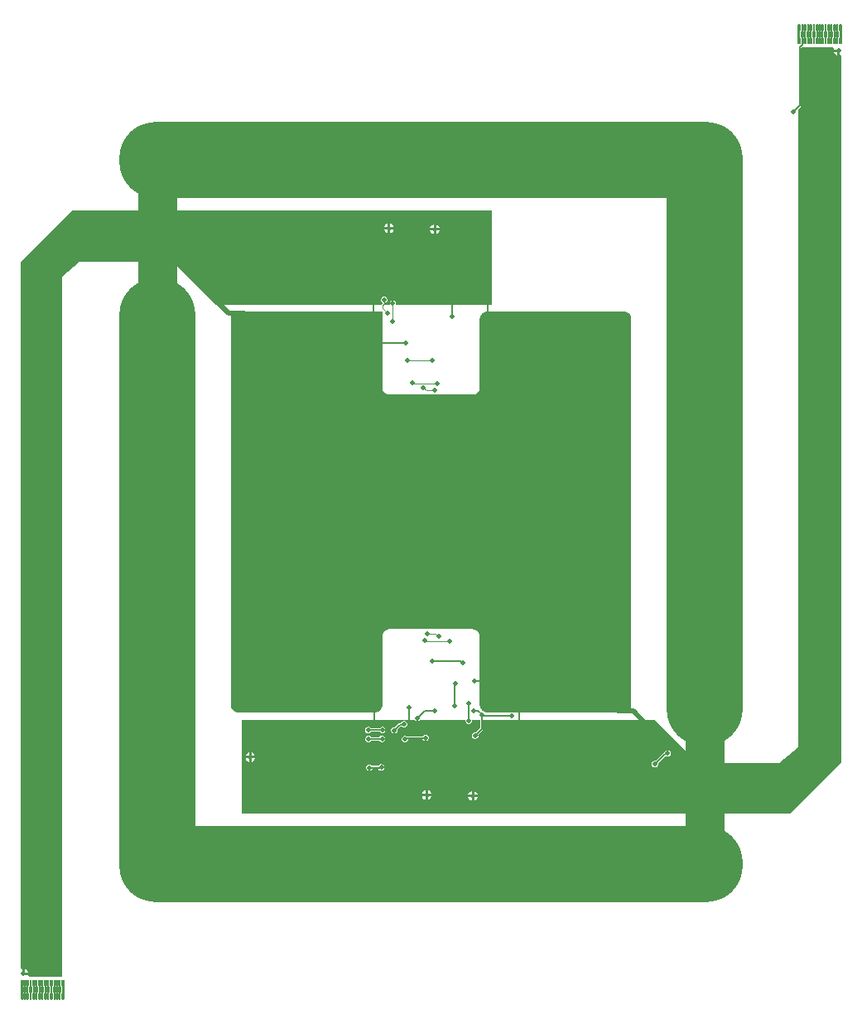
<source format=gbr>
%FSLAX23Y23*%
%MOIN*%
%SFA1B1*%

%IPPOS*%
%AMD35*
4,1,11,-0.005900,-0.039300,-0.005900,0.035500,-0.001900,0.039400,-0.001900,0.039400,0.002000,0.039400,0.006000,0.035500,0.006000,0.014800,0.002000,0.010900,0.002000,-0.014700,0.006000,-0.018700,0.006000,-0.039300,-0.005900,-0.039300,0.0*
%
%AMD36*
4,1,12,-0.005900,-0.012800,-0.005900,0.008900,-0.001900,0.012800,-0.001900,0.039400,0.002000,0.039400,0.002000,0.012800,0.006000,0.008900,0.006000,-0.012800,0.002000,-0.016700,0.002000,-0.039300,-0.001900,-0.039300,-0.001900,-0.016700,-0.005900,-0.012800,0.0*
%
%AMD37*
4,1,14,-0.005900,-0.039300,-0.005900,-0.018700,-0.001900,-0.014700,-0.001900,0.010900,-0.005900,0.014800,-0.005900,0.035500,-0.001900,0.039400,0.002000,0.039400,0.006000,0.035500,0.006000,0.014800,0.002000,0.010900,0.002000,-0.014700,0.006000,-0.018700,0.006000,-0.039300,-0.005900,-0.039300,0.0*
%
%AMD38*
4,1,12,-0.005900,-0.039300,-0.005900,-0.018700,-0.001900,-0.014700,-0.001900,-0.014700,-0.001900,0.010900,-0.005900,0.014800,-0.005900,0.014800,-0.005900,0.035500,-0.001900,0.039400,0.002000,0.039400,0.006000,0.035500,0.006000,-0.039300,-0.005900,-0.039300,0.0*
%
%AMD39*
4,1,11,0.006000,0.039400,0.006000,-0.035400,0.002000,-0.039300,0.002000,-0.039300,-0.001900,-0.039300,-0.005900,-0.035400,-0.005900,-0.014700,-0.001900,-0.010800,-0.001900,0.014800,-0.005900,0.018700,-0.005900,0.039400,0.006000,0.039400,0.0*
%
%AMD40*
4,1,12,0.006000,0.012800,0.006000,-0.008800,0.002000,-0.012800,0.002000,-0.039300,-0.001900,-0.039300,-0.001900,-0.012800,-0.005900,-0.008800,-0.005900,0.012800,-0.001900,0.016800,-0.001900,0.039400,0.002000,0.039400,0.002000,0.016800,0.006000,0.012800,0.0*
%
%AMD41*
4,1,14,0.006000,0.039400,0.006000,0.018700,0.002000,0.014800,0.002000,-0.010800,0.006000,-0.014700,0.006000,-0.035400,0.002000,-0.039300,-0.001900,-0.039300,-0.005900,-0.035400,-0.005900,-0.014700,-0.001900,-0.010800,-0.001900,0.014800,-0.005900,0.018700,-0.005900,0.039400,0.006000,0.039400,0.0*
%
%AMD42*
4,1,12,0.006000,0.039400,0.006000,0.018700,0.002000,0.014800,0.002000,0.014800,0.002000,-0.010800,0.006000,-0.014700,0.006000,-0.014700,0.006000,-0.035400,0.002000,-0.039300,-0.001900,-0.039300,-0.005900,-0.035400,-0.005900,0.039400,0.006000,0.039400,0.0*
%
%ADD27C,0.307090*%
%ADD28C,0.005510*%
%ADD29C,0.019680*%
%ADD30C,0.007870*%
%ADD31C,0.039370*%
%ADD34C,0.307090*%
%ADD35D35*%
%ADD36D36*%
%ADD37D37*%
%ADD38D38*%
%ADD39D39*%
%ADD40D40*%
%ADD41D41*%
%ADD42D42*%
%ADD43C,0.019680*%
%ADD44C,0.157480*%
%ADD45C,0.003940*%
%LNhumflex2_1_copper_signal_bot-1*%
%LPD*%
G36*
X440Y1031D02*
X57D01*
X56Y1032*
Y1038*
X54Y1042*
X50Y1046*
X45Y1048*
X40*
X35Y1046*
X32Y1042*
X30Y1038*
Y1032*
X29Y1031*
X14*
X13Y1033*
Y1039*
X15Y1040*
X18Y1043*
X20Y1048*
Y1053*
X18Y1058*
X15Y1062*
X10Y1064*
X5*
X0Y1062*
X-3Y1058*
X-5Y1053*
Y1048*
X-3Y1043*
X0Y1040*
X1Y1035*
X-1Y1031*
X-669*
X-842Y1204*
X-1220*
X-1287Y1143*
Y-1673*
X-1422*
X-1426Y-1668*
X-1425Y-1666*
X-1444*
Y-1661*
X-1449*
Y-1642*
X-1450Y-1642*
X-1454Y-1639*
Y1203*
X-1248Y1409*
X440*
Y1031*
G37*
G36*
X1818Y2060D02*
X1818Y2058D01*
X1837*
Y2053*
X1842*
Y2034*
X1844Y2035*
X1848Y2032*
Y-811*
X1640Y-1017*
X-565*
Y-639*
X131*
X131Y-640*
X135Y-643*
X140Y-645*
X145*
X150Y-643*
X153Y-640*
X154Y-639*
X335*
X336Y-640*
Y-645*
X338Y-650*
X342Y-654*
X346Y-656*
X352*
X356Y-654*
X360Y-650*
X362Y-645*
Y-640*
X363Y-639*
X394*
Y-673*
X375Y-691*
X371*
X366Y-693*
X363Y-697*
X361Y-702*
Y-707*
X363Y-712*
X366Y-715*
X371Y-717*
X376*
X381Y-715*
X385Y-712*
X387Y-707*
Y-702*
X386Y-699*
X404Y-680*
X406Y-676*
Y-639*
X1099*
X1273Y-812*
X1597*
X1674Y-751*
Y1817*
X1684Y1828*
X1686Y1832*
Y2064*
X1687Y2065*
X1815*
X1818Y2060*
G37*
%LNhumflex2_1_copper_signal_bot-2*%
%LPC*%
G36*
X32Y1357D02*
Y1343D01*
X46*
X44Y1349*
X38Y1355*
X32Y1357*
G37*
G36*
X22D02*
X16Y1355D01*
X10Y1349*
X8Y1343*
X22*
Y1357*
G37*
G36*
X217Y1354D02*
Y1339D01*
X232*
X229Y1345*
X223Y1351*
X217Y1354*
G37*
G36*
X207D02*
X201Y1351D01*
X195Y1345*
X193Y1339*
X207*
Y1354*
G37*
G36*
X46Y1333D02*
X32D01*
Y1319*
X38Y1321*
X44Y1327*
X46Y1333*
G37*
G36*
X22D02*
X8D01*
X10Y1327*
X16Y1321*
X22Y1319*
Y1333*
G37*
G36*
X232Y1329D02*
X217D01*
Y1315*
X223Y1317*
X229Y1323*
X232Y1329*
G37*
G36*
X207D02*
X193D01*
X195Y1323*
X201Y1317*
X207Y1315*
Y1329*
G37*
G36*
X-1439Y-1642D02*
Y-1656D01*
X-1425*
X-1428Y-1650*
X-1433Y-1644*
X-1439Y-1642*
G37*
G36*
X1832Y2048D02*
X1818D01*
X1820Y2042*
X1826Y2037*
X1832Y2034*
Y2048*
G37*
G36*
X90Y-644D02*
X85D01*
X80Y-646*
X76Y-650*
X75Y-653*
X71*
X66Y-655*
X52Y-669*
X51Y-669*
X46*
X41Y-671*
X38Y-674*
X36Y-679*
Y-684*
X38Y-689*
X41Y-693*
X46Y-695*
X51*
X56Y-693*
X60Y-689*
X62Y-684*
Y-679*
X61Y-678*
X73Y-666*
X78*
X80Y-668*
X85Y-670*
X90*
X94Y-668*
X98Y-664*
X100Y-660*
Y-654*
X98Y-650*
X94Y-646*
X90Y-644*
G37*
G36*
X3Y-668D02*
X-1D01*
X-6Y-670*
X-10Y-673*
X-10Y-674*
X-44*
X-45Y-673*
X-48Y-670*
X-53Y-668*
X-58*
X-63Y-670*
X-67Y-673*
X-69Y-678*
Y-683*
X-67Y-688*
X-63Y-692*
X-58Y-694*
X-53*
X-48Y-692*
X-45Y-688*
X-44Y-687*
X-10*
X-10Y-688*
X-6Y-692*
X-1Y-694*
X3*
X8Y-692*
X12Y-688*
X13Y-683*
Y-678*
X12Y-673*
X8Y-670*
X3Y-668*
G37*
G36*
X177Y-699D02*
X172D01*
X167Y-701*
X164Y-705*
X163Y-706*
X102*
X99Y-707*
X95Y-705*
X89*
X85Y-707*
X81Y-711*
X79Y-715*
Y-721*
X81Y-725*
X85Y-729*
X89Y-731*
X95*
X99Y-729*
X103Y-725*
X105Y-721*
Y-718*
X163*
X164Y-719*
X167Y-723*
X172Y-725*
X177*
X182Y-723*
X186Y-719*
X188Y-715*
Y-710*
X186Y-705*
X182Y-701*
X177Y-699*
G37*
G36*
X1Y-703D02*
X-3D01*
X-8Y-705*
X-12Y-709*
X-12Y-710*
X-43*
X-44Y-709*
X-47Y-705*
X-52Y-703*
X-57*
X-62Y-705*
X-66Y-709*
X-68Y-713*
Y-719*
X-66Y-723*
X-62Y-727*
X-57Y-729*
X-52*
X-47Y-727*
X-44Y-723*
X-43Y-722*
X-12*
X-12Y-723*
X-8Y-727*
X-3Y-729*
X1*
X6Y-727*
X10Y-723*
X12Y-719*
Y-713*
X10Y-709*
X6Y-705*
X1Y-703*
G37*
G36*
X-526Y-770D02*
Y-785D01*
X-512*
X-514Y-779*
X-520Y-773*
X-526Y-770*
G37*
G36*
X-536D02*
X-542Y-773D01*
X-548Y-779*
X-550Y-785*
X-536*
Y-770*
G37*
G36*
X1152Y-762D02*
X1147D01*
X1142Y-764*
X1138Y-768*
X1136Y-772*
X1133Y-773*
X1100Y-806*
X1100Y-805*
X1094*
X1090Y-807*
X1086Y-811*
X1084Y-816*
Y-821*
X1086Y-826*
X1090Y-829*
X1094Y-831*
X1100*
X1104Y-829*
X1108Y-826*
X1110Y-821*
Y-816*
X1110Y-815*
X1140Y-784*
X1142Y-786*
X1147Y-788*
X1152*
X1156Y-786*
X1160Y-782*
X1162Y-778*
Y-773*
X1160Y-768*
X1156Y-764*
X1152Y-762*
G37*
G36*
X-512Y-795D02*
X-526D01*
Y-809*
X-520Y-807*
X-514Y-801*
X-512Y-795*
G37*
G36*
X-536D02*
X-550D01*
X-548Y-801*
X-542Y-807*
X-536Y-809*
Y-795*
G37*
G36*
X-1Y-818D02*
X-6D01*
X-11Y-820*
X-14Y-824*
X-15Y-825*
X-40*
X-41Y-825*
X-44Y-821*
X-49Y-819*
X-54*
X-59Y-821*
X-63Y-825*
X-65Y-830*
Y-835*
X-63Y-840*
X-59Y-843*
X-54Y-845*
X-49*
X-44Y-843*
X-41Y-840*
X-40Y-838*
X-15*
X-14Y-839*
X-11Y-842*
X-6Y-844*
X-1*
X3Y-842*
X7Y-839*
X9Y-834*
Y-829*
X7Y-824*
X3Y-820*
X-1Y-818*
G37*
G36*
X185Y-922D02*
Y-937D01*
X199*
X196Y-931*
X191Y-925*
X185Y-922*
G37*
G36*
X175D02*
X168Y-925D01*
X163Y-931*
X160Y-937*
X175*
Y-922*
G37*
G36*
X370Y-926D02*
Y-941D01*
X384*
X381Y-935*
X376Y-929*
X370Y-926*
G37*
G36*
X360D02*
X353Y-929D01*
X348Y-935*
X345Y-941*
X360*
Y-926*
G37*
G36*
X199Y-947D02*
X185D01*
Y-961*
X191Y-959*
X196Y-953*
X199Y-947*
G37*
G36*
X175D02*
X160D01*
X163Y-953*
X168Y-959*
X175Y-961*
Y-947*
G37*
G36*
X384Y-951D02*
X370D01*
Y-965*
X376Y-963*
X381Y-957*
X384Y-951*
G37*
G36*
X360D02*
X345D01*
X348Y-957*
X353Y-963*
X360Y-965*
Y-951*
G37*
%LNhumflex2_1_copper_signal_bot-3*%
%LPD*%
G36*
X972Y-610D02*
X424D01*
X422Y-610*
X420Y-609*
X418Y-609*
X416Y-609*
X414Y-608*
X412Y-607*
X410Y-606*
X408Y-605*
X406Y-604*
X404Y-602*
X403Y-601*
X401Y-599*
X400Y-598*
X398Y-596*
X397Y-594*
X396Y-592*
X395Y-590*
X395Y-588*
X394Y-586*
X394Y-584*
X393Y-582*
X393Y-580*
X393Y-579*
Y-306*
X393Y-304*
X393Y-302*
X393Y-300*
X392Y-298*
X391Y-295*
X391Y-293*
X390Y-292*
X388Y-290*
X387Y-288*
X386Y-286*
X384Y-285*
X383Y-283*
X381Y-282*
X380Y-280*
X378Y-279*
X376Y-278*
X374Y-277*
X372Y-277*
X370Y-276*
X368Y-276*
X365Y-275*
X363Y-275*
X362Y-275*
X31*
X28Y-275*
X26Y-275*
X24Y-276*
X22Y-276*
X20Y-277*
X18Y-278*
X16Y-279*
X14Y-280*
X12Y-281*
X11Y-282*
X9Y-284*
X7Y-285*
X6Y-287*
X5Y-289*
X4Y-291*
X3Y-293*
X2Y-294*
X1Y-297*
X0Y-299*
X0Y-301*
X0Y-303*
X0Y-305*
X0Y-306*
Y-579*
X0Y-581*
X0Y-583*
X0Y-585*
X-1Y-587*
X-1Y-589*
X-2Y-591*
X-3Y-593*
X-4Y-595*
X-5Y-597*
X-7Y-599*
X-8Y-600*
X-10Y-602*
X-11Y-603*
X-13Y-604*
X-15Y-606*
X-17Y-607*
X-19Y-607*
X-21Y-608*
X-23Y-609*
X-25Y-609*
X-27Y-610*
X-29Y-610*
X-31Y-610*
X-579*
X-581Y-610*
X-583Y-609*
X-585Y-609*
X-587Y-609*
X-589Y-608*
X-591Y-607*
X-593Y-606*
X-595Y-605*
X-597Y-604*
X-599Y-602*
X-600Y-601*
X-602Y-599*
X-603Y-598*
X-604Y-596*
X-606Y-594*
X-607Y-592*
X-607Y-590*
X-608Y-588*
X-609Y-586*
X-609Y-584*
X-610Y-582*
X-610Y-580*
X-610Y-579*
Y972*
X-610Y975*
X-609Y977*
X-609Y979*
X-609Y981*
X-608Y983*
X-607Y985*
X-606Y987*
X-605Y989*
X-604Y991*
X-602Y992*
X-601Y994*
X-599Y995*
X-598Y997*
X-596Y998*
X-594Y999*
X-592Y1000*
X-590Y1001*
X-588Y1002*
X-586Y1003*
X-584Y1003*
X-582Y1003*
X-580Y1003*
X-579Y1003*
X0*
Y700*
X0Y698*
X0Y695*
X0Y693*
X1Y691*
X1Y689*
X2Y687*
X3Y685*
X4Y683*
X5Y682*
X7Y680*
X8Y678*
X10Y677*
X11Y675*
X13Y674*
X15Y673*
X17Y672*
X19Y671*
X21Y670*
X23Y670*
X25Y669*
X27Y669*
X29Y669*
X31Y669*
X362*
X364Y669*
X367Y669*
X369Y669*
X371Y670*
X373Y671*
X375Y671*
X377Y672*
X379Y674*
X380Y675*
X382Y676*
X384Y677*
X385Y679*
X387Y681*
X388Y682*
X389Y684*
X390Y686*
X391Y688*
X392Y690*
X392Y692*
X393Y694*
X393Y697*
X393Y699*
X393Y700*
Y972*
X393Y975*
X394Y977*
X394Y979*
X394Y981*
X395Y983*
X396Y985*
X397Y987*
X398Y989*
X399Y991*
X400Y992*
X402Y994*
X403Y995*
X405Y997*
X407Y998*
X409Y999*
X411Y1000*
X413Y1001*
X415Y1002*
X417Y1003*
X419Y1003*
X421Y1003*
X423Y1003*
X424Y1003*
X972*
X975Y1003*
X977Y1003*
X979Y1003*
X981Y1002*
X983Y1002*
X985Y1001*
X987Y1000*
X989Y999*
X991Y998*
X992Y996*
X994Y995*
X995Y993*
X997Y992*
X998Y990*
X999Y988*
X1000Y986*
X1001Y984*
X1002Y982*
X1003Y980*
X1003Y978*
X1003Y976*
X1003Y974*
X1003Y972*
Y-579*
X1003Y-581*
X1003Y-583*
X1003Y-585*
X1002Y-587*
X1002Y-589*
X1001Y-591*
X1000Y-593*
X999Y-595*
X998Y-597*
X996Y-599*
X995Y-600*
X993Y-602*
X992Y-603*
X990Y-604*
X988Y-606*
X986Y-607*
X984Y-607*
X982Y-608*
X980Y-609*
X978Y-609*
X976Y-610*
X974Y-610*
X972Y-610*
G37*
G54D27*
X-905Y-1220D02*
Y984D01*
Y-1220D02*
X1299D01*
Y-590D02*
Y1614D01*
X-905D02*
X1299D01*
G54D28*
X374Y-702D02*
X400Y-676D01*
X374Y-704D02*
Y-702D01*
X400Y-676D02*
Y-619D01*
X1138Y-778D02*
X1146D01*
X1149Y-775*
X1097Y-818D02*
X1138Y-778D01*
X291Y-582D02*
X293Y-580D01*
Y-494*
X296Y-492*
X1690Y2077D02*
Y2120D01*
X1680Y2066D02*
X1690Y2077D01*
X1680Y1832D02*
Y2066D01*
X1654Y1807D02*
X1680Y1832D01*
X92Y875D02*
X94Y877D01*
X-102Y874D02*
X-100Y875D01*
X283Y984D02*
Y1047D01*
X-100Y875D02*
X92D01*
X442Y-480D02*
X493D01*
X438Y-484D02*
X442Y-480D01*
X370Y-484D02*
X438D01*
X386Y-603D02*
X400Y-617D01*
X409Y-625D02*
X523D01*
X403Y-618D02*
X409Y-625D01*
X368Y-603D02*
X368Y-603D01*
X386*
X109Y-654D02*
Y-591D01*
X-55Y-716D02*
X0D01*
X400Y-619D02*
Y-618D01*
Y-617*
Y-618D02*
X403D01*
X96Y-718D02*
X102Y-712D01*
X92Y-718D02*
X96D01*
X102Y-712D02*
X175D01*
X-56Y-681D02*
X0D01*
X84Y-660D02*
X87Y-657D01*
X71Y-660D02*
X84D01*
X49Y-682D02*
X71Y-660D01*
X142Y-632D02*
X170Y-605D01*
X210*
X-4Y-832D02*
X-3Y-831D01*
X-51Y-832D02*
X-4D01*
X-52Y-832D02*
X-51Y-832D01*
X349Y-643D02*
Y-572D01*
X493Y-480D02*
X495Y-481D01*
G54D29*
X-660Y1038D02*
X-618Y996D01*
X-555D02*
X-527Y968D01*
Y921D02*
Y968D01*
X-618Y996D02*
X-555D01*
X947Y-603D02*
X1010D01*
X920Y-576D02*
Y-529D01*
Y-576D02*
X947Y-603D01*
X1010D02*
X1053Y-646D01*
X-529Y919D02*
X-513Y903D01*
X906Y-511D02*
X922Y-527D01*
G54D30*
X425Y425D02*
Y1031D01*
X196Y196D02*
X425Y425D01*
X-35Y988D02*
Y1039D01*
X-102Y921D02*
X-35Y988D01*
X-32Y-32D02*
X195Y195D01*
X-32Y-639D02*
Y-32D01*
X551Y-642D02*
Y-582D01*
X496Y-527D02*
X551Y-582D01*
X323Y-410D02*
X326D01*
X202Y-403D02*
X316D01*
X323Y-410*
G54D31*
X192Y196D02*
X196D01*
X-513Y903D02*
X192Y196D01*
X195Y195D02*
X199D01*
X906Y-511*
G54D34*
X-905Y984D03*
X1299Y-590D03*
Y-1220D03*
X354D03*
X39D03*
X-590D03*
X-275D03*
X984D03*
X669D03*
X1299Y1614D03*
X354D03*
X39D03*
X-590D03*
X-275D03*
X984D03*
X669D03*
X-905D03*
X1299Y1299D03*
Y354D03*
Y39D03*
Y-275D03*
Y984D03*
Y669D03*
X-905Y-1220D03*
Y-905D03*
Y-590D03*
Y-275D03*
Y39D03*
Y354D03*
Y669D03*
G54D35*
X1679Y2120D03*
G54D36*
X1690Y2120D03*
X1714D03*
X1738D03*
X1761D03*
X1785D03*
X1809D03*
X1832D03*
G54D37*
X1702Y2120D03*
X1726D03*
X1750D03*
X1773D03*
X1797D03*
X1820D03*
G54D38*
X1844Y2120D03*
G54D39*
X-1285Y-1726D03*
G54D40*
X-1297Y-1726D03*
X-1320D03*
X-1344D03*
X-1368D03*
X-1391D03*
X-1415D03*
X-1438D03*
G54D41*
X-1309Y-1726D03*
X-1332D03*
X-1356D03*
X-1379D03*
X-1403D03*
X-1427D03*
G54D42*
X-1450Y-1726D03*
G54D43*
X374Y-704D03*
X1149Y-775D03*
X291Y-582D03*
X-527Y-527D03*
Y-496D03*
X-503Y-511D03*
X-527Y-464D03*
X-503Y-480D03*
Y-448D03*
X-527Y-433D03*
Y-401D03*
X-503Y-417D03*
X-527Y-370D03*
X-503Y-385D03*
Y-354D03*
X-527Y-338D03*
Y-307D03*
X-503Y-322D03*
X-527Y-275D03*
X-503Y-291D03*
Y-259D03*
X-527Y-244D03*
Y-212D03*
X-503Y-228D03*
X-527Y-181D03*
X-503Y-196D03*
Y-165D03*
X-527Y-149D03*
Y-118D03*
X-503Y-133D03*
X-527Y-86D03*
X-503Y-102D03*
Y-70D03*
X-527Y-55D03*
Y-23D03*
X-503Y-39D03*
X-527Y7D03*
X-503Y-7D03*
Y23D03*
X-527Y39D03*
Y70D03*
X-503Y55D03*
X-527Y102D03*
X-503Y86D03*
Y118D03*
X-527Y133D03*
Y165D03*
X-503Y149D03*
X-527Y196D03*
X-503Y181D03*
Y212D03*
X-527Y228D03*
Y259D03*
X-503Y244D03*
X-527Y291D03*
X-503Y275D03*
Y307D03*
X-527Y322D03*
Y354D03*
X-503Y338D03*
X-527Y385D03*
X-503Y370D03*
Y401D03*
X-527Y417D03*
Y448D03*
X-503Y433D03*
X-527Y480D03*
X-503Y464D03*
Y496D03*
X-527Y511D03*
Y543D03*
X-503Y527D03*
X-527Y574D03*
X-503Y559D03*
Y590D03*
X-527Y606D03*
Y637D03*
X-503Y622D03*
X-527Y669D03*
X-503Y653D03*
Y685D03*
X-527Y700D03*
Y732D03*
X-503Y716D03*
X-527Y763D03*
X-503Y748D03*
Y779D03*
X-527Y795D03*
Y826D03*
X-503Y811D03*
X-527Y858D03*
X-503Y842D03*
Y874D03*
X-527Y889D03*
Y921D03*
X-503Y905D03*
X-480Y-527D03*
Y-496D03*
X-456Y-511D03*
X-480Y-464D03*
X-456Y-480D03*
Y-448D03*
X-480Y-433D03*
Y-401D03*
X-456Y-417D03*
X-480Y-370D03*
X-456Y-385D03*
Y-354D03*
X-480Y-338D03*
Y-307D03*
X-456Y-322D03*
X-480Y-275D03*
X-456Y-291D03*
Y-259D03*
X-480Y-244D03*
Y-212D03*
X-456Y-228D03*
X-480Y-181D03*
X-456Y-196D03*
Y-165D03*
X-480Y-149D03*
Y-118D03*
X-456Y-133D03*
X-480Y-86D03*
X-456Y-102D03*
Y-70D03*
X-480Y-55D03*
Y-23D03*
X-456Y-39D03*
X-480Y7D03*
X-456Y-7D03*
Y23D03*
X-480Y39D03*
Y70D03*
X-456Y55D03*
X-480Y102D03*
X-456Y86D03*
Y118D03*
X-480Y133D03*
Y165D03*
X-456Y149D03*
X-480Y196D03*
X-456Y181D03*
Y212D03*
X-480Y228D03*
Y259D03*
X-456Y244D03*
X-480Y291D03*
X-456Y275D03*
Y307D03*
X-480Y322D03*
Y354D03*
X-456Y338D03*
X-480Y385D03*
X-456Y370D03*
Y401D03*
X-480Y417D03*
Y448D03*
X-456Y433D03*
X-480Y480D03*
X-456Y464D03*
Y496D03*
X-480Y511D03*
Y543D03*
X-456Y527D03*
X-480Y574D03*
X-456Y559D03*
Y590D03*
X-480Y606D03*
Y637D03*
X-456Y622D03*
X-480Y669D03*
X-456Y653D03*
Y685D03*
X-480Y700D03*
Y732D03*
X-456Y716D03*
X-480Y763D03*
X-456Y748D03*
Y779D03*
X-480Y795D03*
Y826D03*
X-456Y811D03*
X-480Y858D03*
X-456Y842D03*
Y874D03*
X-480Y889D03*
Y921D03*
X-456Y905D03*
X-433Y-527D03*
Y-496D03*
X-409Y-511D03*
X-433Y-464D03*
X-409Y-480D03*
Y-448D03*
X-433Y-433D03*
Y-401D03*
X-409Y-417D03*
X-433Y-370D03*
X-409Y-385D03*
Y-354D03*
X-433Y-338D03*
Y-307D03*
X-409Y-322D03*
X-433Y-275D03*
X-409Y-291D03*
Y-259D03*
X-433Y-244D03*
Y-212D03*
X-409Y-228D03*
X-433Y-181D03*
X-409Y-196D03*
Y-165D03*
X-433Y-149D03*
Y-118D03*
X-409Y-133D03*
X-433Y-86D03*
X-409Y-102D03*
Y-70D03*
X-433Y-55D03*
Y-23D03*
X-409Y-39D03*
X-433Y7D03*
X-409Y-7D03*
Y23D03*
X-433Y39D03*
Y70D03*
X-409Y55D03*
X-433Y102D03*
X-409Y86D03*
Y118D03*
X-433Y133D03*
Y165D03*
X-409Y149D03*
X-433Y196D03*
X-409Y181D03*
Y212D03*
X-433Y228D03*
Y259D03*
X-409Y244D03*
X-433Y291D03*
X-409Y275D03*
Y307D03*
X-433Y322D03*
Y354D03*
X-409Y338D03*
X-433Y385D03*
X-409Y370D03*
Y401D03*
X-433Y417D03*
Y448D03*
X-409Y433D03*
X-433Y480D03*
X-409Y464D03*
Y496D03*
X-433Y511D03*
Y543D03*
X-409Y527D03*
X-433Y574D03*
X-409Y559D03*
Y590D03*
X-433Y606D03*
Y637D03*
X-409Y622D03*
X-433Y669D03*
X-409Y653D03*
Y685D03*
X-433Y700D03*
Y732D03*
X-409Y716D03*
X-433Y763D03*
X-409Y748D03*
Y779D03*
X-433Y795D03*
Y826D03*
X-409Y811D03*
X-433Y858D03*
X-409Y842D03*
Y874D03*
X-433Y889D03*
Y921D03*
X-409Y905D03*
X921Y921D03*
Y889D03*
X898Y905D03*
X921Y858D03*
X898Y874D03*
Y842D03*
X921Y826D03*
Y795D03*
X898Y811D03*
X921Y764D03*
X898Y779D03*
Y748D03*
X921Y732D03*
Y701D03*
X898Y716D03*
X921Y669D03*
X898Y685D03*
Y653D03*
X921Y638D03*
Y606D03*
X898Y622D03*
X921Y575D03*
X898Y590D03*
Y559D03*
X921Y543D03*
Y512D03*
X898Y527D03*
X921Y480D03*
X898Y496D03*
Y464D03*
X921Y449D03*
Y417D03*
X898Y433D03*
X921Y386D03*
X898Y401D03*
Y370D03*
X921Y354D03*
Y323D03*
X898Y338D03*
X921Y291D03*
X898Y307D03*
Y275D03*
X921Y260D03*
Y228D03*
X898Y244D03*
X921Y197D03*
X898Y212D03*
Y181D03*
X921Y165D03*
Y134D03*
X898Y149D03*
X921Y102D03*
X898Y118D03*
Y86D03*
X921Y71D03*
Y39D03*
X898Y55D03*
X921Y8D03*
X898Y23D03*
Y-7D03*
X921Y-23D03*
Y-54D03*
X898Y-39D03*
X921Y-86D03*
X898Y-70D03*
Y-102D03*
X921Y-117D03*
Y-149D03*
X898Y-133D03*
X921Y-180D03*
X898Y-165D03*
Y-196D03*
X921Y-212D03*
Y-243D03*
X898Y-228D03*
X921Y-275D03*
X898Y-259D03*
Y-291D03*
X921Y-306D03*
Y-338D03*
X898Y-322D03*
X921Y-369D03*
X898Y-354D03*
Y-385D03*
X921Y-401D03*
Y-432D03*
X898Y-417D03*
X921Y-464D03*
X898Y-448D03*
Y-480D03*
X921Y-495D03*
Y-527D03*
X898Y-511D03*
X874Y921D03*
Y889D03*
X850Y905D03*
X874Y858D03*
X850Y874D03*
Y842D03*
X874Y826D03*
Y795D03*
X850Y811D03*
X874Y764D03*
X850Y779D03*
Y748D03*
X874Y732D03*
Y701D03*
X850Y716D03*
X874Y669D03*
X850Y685D03*
Y653D03*
X874Y638D03*
Y606D03*
X850Y622D03*
X874Y575D03*
X850Y590D03*
Y559D03*
X874Y543D03*
Y512D03*
X850Y527D03*
X874Y480D03*
X850Y496D03*
Y464D03*
X874Y449D03*
Y417D03*
X850Y433D03*
X874Y386D03*
X850Y401D03*
Y370D03*
X874Y354D03*
Y323D03*
X850Y338D03*
X874Y291D03*
X850Y307D03*
Y275D03*
X874Y260D03*
Y228D03*
X850Y244D03*
X874Y197D03*
X850Y212D03*
Y181D03*
X874Y165D03*
Y134D03*
X850Y149D03*
X874Y102D03*
X850Y118D03*
Y86D03*
X874Y71D03*
Y39D03*
X850Y55D03*
X874Y8D03*
X850Y23D03*
Y-7D03*
X874Y-23D03*
Y-54D03*
X850Y-39D03*
X874Y-86D03*
X850Y-70D03*
Y-102D03*
X874Y-117D03*
Y-149D03*
X850Y-133D03*
X874Y-180D03*
X850Y-165D03*
Y-196D03*
X874Y-212D03*
Y-243D03*
X850Y-228D03*
X874Y-275D03*
X850Y-259D03*
Y-291D03*
X874Y-306D03*
Y-338D03*
X850Y-322D03*
X874Y-369D03*
X850Y-354D03*
Y-385D03*
X874Y-401D03*
Y-432D03*
X850Y-417D03*
X874Y-464D03*
X850Y-448D03*
Y-480D03*
X874Y-495D03*
Y-527D03*
X850Y-511D03*
X827Y921D03*
Y889D03*
X803Y905D03*
X827Y858D03*
X803Y874D03*
Y842D03*
X827Y826D03*
Y795D03*
X803Y811D03*
X827Y764D03*
X803Y779D03*
Y748D03*
X827Y732D03*
Y701D03*
X803Y716D03*
X827Y669D03*
X803Y685D03*
Y653D03*
X827Y638D03*
Y606D03*
X803Y622D03*
X827Y575D03*
X803Y590D03*
Y559D03*
X827Y543D03*
Y512D03*
X803Y527D03*
X827Y480D03*
X803Y496D03*
Y464D03*
X827Y449D03*
Y417D03*
X803Y433D03*
X827Y386D03*
X803Y401D03*
Y370D03*
X827Y354D03*
Y323D03*
X803Y338D03*
X827Y291D03*
X803Y307D03*
Y275D03*
X827Y260D03*
Y228D03*
X803Y244D03*
X827Y197D03*
X803Y212D03*
Y181D03*
X827Y165D03*
Y134D03*
X803Y149D03*
X827Y102D03*
X803Y118D03*
Y86D03*
X827Y71D03*
Y39D03*
X803Y55D03*
X827Y8D03*
X803Y23D03*
Y-7D03*
X827Y-23D03*
Y-54D03*
X803Y-39D03*
X827Y-86D03*
X803Y-70D03*
Y-102D03*
X827Y-117D03*
Y-149D03*
X803Y-133D03*
X827Y-180D03*
X803Y-165D03*
Y-196D03*
X827Y-212D03*
Y-243D03*
X803Y-228D03*
X827Y-275D03*
X803Y-259D03*
Y-291D03*
X827Y-306D03*
Y-338D03*
X803Y-322D03*
X827Y-369D03*
X803Y-354D03*
Y-385D03*
X827Y-401D03*
Y-432D03*
X803Y-417D03*
X827Y-464D03*
X803Y-448D03*
Y-480D03*
X827Y-495D03*
Y-527D03*
X803Y-511D03*
X-370Y-409D03*
X-385Y-433D03*
X-354D03*
X-338Y-409D03*
X-307D03*
X-322Y-433D03*
X-275Y-409D03*
X-291Y-433D03*
X-259D03*
X-244Y-409D03*
X-212D03*
X-228Y-433D03*
X-181Y-409D03*
X-196Y-433D03*
X-165D03*
X-149Y-409D03*
X-118D03*
X-133Y-433D03*
X-86Y-409D03*
X-102Y-433D03*
X480Y-409D03*
X496Y-433D03*
X511Y-409D03*
X543D03*
X527Y-433D03*
X574Y-409D03*
X559Y-433D03*
X590D03*
X606Y-409D03*
X637D03*
X622Y-433D03*
X669Y-409D03*
X653Y-433D03*
X685D03*
X700Y-409D03*
X732D03*
X716Y-433D03*
X763Y-409D03*
X748Y-433D03*
X779D03*
X-370Y-456D03*
X-385Y-480D03*
X-354D03*
X-338Y-456D03*
X-307D03*
X-322Y-480D03*
X-275Y-456D03*
X-291Y-480D03*
X-259D03*
X-244Y-456D03*
X-212D03*
X-228Y-480D03*
X-181Y-456D03*
X-196Y-480D03*
X-165D03*
X-149Y-456D03*
X-118D03*
X-133Y-480D03*
X-86Y-456D03*
X-102Y-480D03*
X480Y-456D03*
X496Y-480D03*
X511Y-456D03*
X543D03*
X527Y-480D03*
X574Y-456D03*
X559Y-480D03*
X590D03*
X606Y-456D03*
X637D03*
X622Y-480D03*
X669Y-456D03*
X653Y-480D03*
X685D03*
X700Y-456D03*
X732D03*
X716Y-480D03*
X763Y-456D03*
X748Y-480D03*
X779D03*
X-370Y-503D03*
X-385Y-527D03*
X-354D03*
X-338Y-503D03*
X-307D03*
X-322Y-527D03*
X-275Y-503D03*
X-291Y-527D03*
X-259D03*
X-244Y-503D03*
X-212D03*
X-228Y-527D03*
X-181Y-503D03*
X-196Y-527D03*
X-165D03*
X-149Y-503D03*
X-118D03*
X-133Y-527D03*
X-86Y-503D03*
X-102Y-527D03*
X480Y-503D03*
X496Y-527D03*
X511Y-503D03*
X543D03*
X527Y-527D03*
X574Y-503D03*
X559Y-527D03*
X590D03*
X606Y-503D03*
X637D03*
X622Y-527D03*
X669Y-503D03*
X653Y-527D03*
X685D03*
X700Y-503D03*
X732D03*
X716Y-527D03*
X763Y-503D03*
X748Y-527D03*
X779D03*
X763Y803D03*
X779Y826D03*
X748D03*
X732Y803D03*
X700D03*
X716Y826D03*
X669Y803D03*
X685Y826D03*
X653D03*
X637Y803D03*
X606D03*
X622Y826D03*
X574Y803D03*
X590Y826D03*
X559D03*
X543Y803D03*
X511D03*
X527Y826D03*
X480Y803D03*
X496Y826D03*
X-86Y803D03*
X-102Y826D03*
X-118Y803D03*
X-149D03*
X-133Y826D03*
X-181Y803D03*
X-165Y826D03*
X-196D03*
X-212Y803D03*
X-244D03*
X-228Y826D03*
X-275Y803D03*
X-259Y826D03*
X-291D03*
X-307Y803D03*
X-338D03*
X-322Y826D03*
X-370Y803D03*
X-354Y826D03*
X-385D03*
X763Y850D03*
X779Y874D03*
X748D03*
X732Y850D03*
X700D03*
X716Y874D03*
X669Y850D03*
X685Y874D03*
X653D03*
X637Y850D03*
X606D03*
X622Y874D03*
X574Y850D03*
X590Y874D03*
X559D03*
X543Y850D03*
X511D03*
X527Y874D03*
X480Y850D03*
X496Y874D03*
X-86Y850D03*
X-102Y874D03*
X-118Y850D03*
X-149D03*
X-133Y874D03*
X-181Y850D03*
X-165Y874D03*
X-196D03*
X-212Y850D03*
X-244D03*
X-228Y874D03*
X-275Y850D03*
X-259Y874D03*
X-291D03*
X-307Y850D03*
X-338D03*
X-322Y874D03*
X-370Y850D03*
X-354Y874D03*
X-385D03*
X763Y897D03*
X779Y921D03*
X748D03*
X732Y897D03*
X700D03*
X716Y921D03*
X669Y897D03*
X685Y921D03*
X653D03*
X637Y897D03*
X606D03*
X622Y921D03*
X574Y897D03*
X590Y921D03*
X559D03*
X543Y897D03*
X511D03*
X527Y921D03*
X480Y897D03*
X496Y921D03*
X-86Y897D03*
X-102Y921D03*
X-118Y897D03*
X-149D03*
X-133Y921D03*
X-181Y897D03*
X-165Y921D03*
X-196D03*
X-212Y897D03*
X-244D03*
X-228Y921D03*
X-275Y897D03*
X-259Y921D03*
X-291D03*
X-307Y897D03*
X-338D03*
X-322Y921D03*
X-370Y897D03*
X-354Y921D03*
X-385D03*
X-1444Y-1661D03*
X165Y697D03*
X43Y1035D03*
X7Y1051D03*
X23Y996D03*
X94Y877D03*
X122Y716D03*
X102Y807D03*
X283Y984D03*
X27Y1338D03*
X212Y1334D03*
X220Y712D03*
X43Y964D03*
X212Y686D03*
X200Y807D03*
X1837Y2053D03*
X180Y-294D03*
X349Y-572D03*
X172Y-320D03*
X180Y-942D03*
X365Y-946D03*
X109Y-591D03*
X370Y-484D03*
X227Y-305D03*
X202Y-403D03*
X400Y-619D03*
X523Y-625D03*
X270Y-324D03*
X326Y-410D03*
X368Y-603D03*
X296Y-492D03*
X-55Y-716D03*
X0D03*
X175Y-712D03*
X92Y-718D03*
X-56Y-681D03*
X0D03*
X49Y-682D03*
X87Y-657D03*
X210Y-605D03*
X142Y-632D03*
X-3Y-831D03*
X-52Y-832D03*
X-531Y-790D03*
X1097Y-818D03*
X1654Y1807D03*
X349Y-643D03*
G54D44*
X-905Y984D02*
Y1614D01*
X1299Y-1220D02*
Y-590D01*
G54D45*
X165Y697D02*
Y697D01*
Y697D02*
X177Y685D01*
X3Y1015D02*
Y1029D01*
X7Y1033*
Y1051*
X3Y1015D02*
X23Y996D01*
X122Y716D02*
X124Y714D01*
X218*
X220Y712*
X210Y685D02*
X212Y686D01*
X102Y807D02*
X200D01*
X177Y685D02*
X210D01*
X43Y964D02*
Y1035D01*
X180Y-294D02*
X182Y-292D01*
X215*
X227Y-305D02*
Y-304D01*
X215Y-292D02*
X227Y-304D01*
X172Y-320D02*
X174Y-322D01*
X268*
X270Y-324*
M02*
</source>
